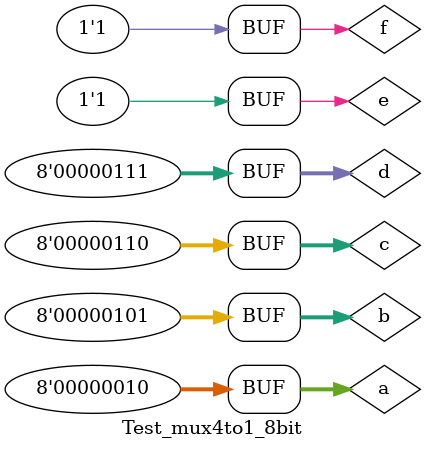
<source format=v>
module Mux2to1_1b(i1, i0, sel, f);
    input i1, i0, sel;
    output f;
    wire nsel;
    assign nsel = ~sel;
    wire w1, w2;
    assign w1 = nsel & i0;
    assign w2 = sel & i1;
    assign f = w1 | w2;
endmodule

// Mux4to1 1-bit
module Mux4to1_1b(i3, i2, i1, i0, sel1, sel0, f);
    input i3, i2, i1, i0, sel1, sel0;
    output f;
    
    wire [1:0] w1, w2;
    Mux2to1_1b mux0(.i1(i1), .i0(i0), .sel(sel0), .f(w1[0]));
    Mux2to1_1b mux1(.i1(i3), .i0(i2), .sel(sel0), .f(w2[0]));
    Mux2to1_1b mux2(.i1(w2[0]), .i0(w1[0]), .sel(sel1), .f(f));
endmodule

// Mux4to1 8-bit
module Mux4to1_8bit(i3, i2, i1, i0, sel1, sel0, f);
    input [7:0] i3, i2, i1, i0;
    input sel1, sel0;
    output [7:0] f;
    
    Mux4to1_1b mux0(.i3(i3[0]), .i2(i2[0]), .i1(i1[0]), .i0(i0[0]), .sel1(sel1), .sel0(sel0), .f(f[0])); // 0
    Mux4to1_1b mux1(.i3(i3[1]), .i2(i2[1]), .i1(i1[1]), .i0(i0[1]), .sel1(sel1), .sel0(sel0), .f(f[1])); // 1
    Mux4to1_1b mux2(.i3(i3[2]), .i2(i2[2]), .i1(i1[2]), .i0(i0[2]), .sel1(sel1), .sel0(sel0), .f(f[2])); // 2
    Mux4to1_1b mux3(.i3(i3[3]), .i2(i2[3]), .i1(i1[3]), .i0(i0[3]), .sel1(sel1), .sel0(sel0), .f(f[3])); // 3
    Mux4to1_1b mux4(.i3(i3[4]), .i2(i2[4]), .i1(i1[4]), .i0(i0[4]), .sel1(sel1), .sel0(sel0), .f(f[4])); // 4
    Mux4to1_1b mux5(.i3(i3[5]), .i2(i2[5]), .i1(i1[5]), .i0(i0[5]), .sel1(sel1), .sel0(sel0), .f(f[5])); // 5
    Mux4to1_1b mux6(.i3(i3[6]), .i2(i2[6]), .i1(i1[6]), .i0(i0[6]), .sel1(sel1), .sel0(sel0), .f(f[6])); // 6
    Mux4to1_1b mux7(.i3(i3[7]), .i2(i2[7]), .i1(i1[7]), .i0(i0[7]), .sel1(sel1), .sel0(sel0), .f(f[7])); // 7
endmodule

// Test
module Test_mux4to1_8bit;
    reg [7:0] a, b, c, d;
    reg e, f;
    wire [7:0] x;

    Mux4to1_8bit M1(.i3(a), .i2(b), .i1(c), .i0(d), .sel1(e), .sel0(f), .f(x));

    initial begin 
        $monitor("i3 = %b i2 = %b i1 = %b i0 = %b || sel1 = %b sel0 = %b ==> f = %b", a, b, c, d, e, f, x);
        a = 8'd2; b = 8'd5; c = 8'd6; d = 8'd7; e = 1'b0; f = 1'b0; // 000000
        #5
        a = 8'd2; b = 8'd5; c = 8'd6; d = 8'd7; e = 1'b0; f = 1'b1; // 000000
        #5
        a = 8'd2; b = 8'd5; c = 8'd6; d = 8'd7; e = 1'b1; f = 1'b0; // 000000
        #5
        a = 8'd2; b = 8'd5; c = 8'd6; d = 8'd7; e = 1'b1; f = 1'b1; // 000000
    end
endmodule
</source>
